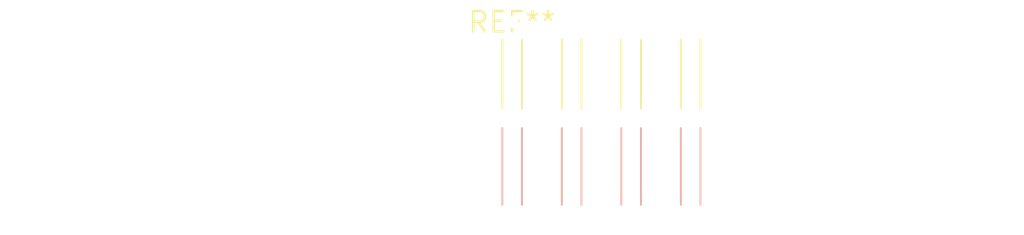
<source format=kicad_pcb>
(kicad_pcb (version 20240108) (generator pcbnew)
  (layers (0 "F.Cu" signal) (31 "B.Cu" signal) (34 "B.Paste" user) (35 "F.Paste" user) (36 "B.SilkS" user "B.Silkscreen") (37 "F.SilkS" user "F.Silkscreen") (38 "B.Mask" user) (39 "F.Mask" user) (44 "Edge.Cuts" user))
  (net 0 "")
  (footprint "SolderWire-0.127sqmm_1x04_P3.7mm_D0.48mm_OD1mm_Relief2x" (layer "F.Cu") (at 0 0)
    (property "Reference" "REF**")
    (property "Value" "SolderWire-0.127sqmm_1x04_P3.7mm_D0.48mm_OD1mm_Relief2x")
    (fp_line (start -0.61 6.61) (end -0.61 11.39) (layer "B.SilkS") (stroke (width 0.12)))
    (fp_line (start 0.61 6.61) (end 0.61 11.39) (layer "B.SilkS") (stroke (width 0.12)))
    (fp_line (start 3.09 6.61) (end 3.09 11.39) (layer "B.SilkS") (stroke (width 0.12)))
    (fp_line (start 4.31 6.61) (end 4.31 11.39) (layer "B.SilkS") (stroke (width 0.12)))
    (fp_line (start 6.79 6.61) (end 6.79 11.39) (layer "B.SilkS") (stroke (width 0.12)))
    (fp_line (start 8.01 6.61) (end 8.01 11.39) (layer "B.SilkS") (stroke (width 0.12)))
    (fp_line (start 10.49 6.61) (end 10.49 11.39) (layer "B.SilkS") (stroke (width 0.12)))
    (fp_line (start 11.71 6.61) (end 11.71 11.39) (layer "B.SilkS") (stroke (width 0.12)))
    (fp_line (start -0.61 1.11) (end -0.61 5.39) (layer "F.SilkS") (stroke (width 0.12)))
    (fp_line (start 0.61 1.11) (end 0.61 5.39) (layer "F.SilkS") (stroke (width 0.12)))
    (fp_line (start 3.09 1.11) (end 3.09 5.39) (layer "F.SilkS") (stroke (width 0.12)))
    (fp_line (start 4.31 1.11) (end 4.31 5.39) (layer "F.SilkS") (stroke (width 0.12)))
    (fp_line (start 6.79 1.11) (end 6.79 5.39) (layer "F.SilkS") (stroke (width 0.12)))
    (fp_line (start 8.01 1.11) (end 8.01 5.39) (layer "F.SilkS") (stroke (width 0.12)))
    (fp_line (start 10.49 1.11) (end 10.49 5.39) (layer "F.SilkS") (stroke (width 0.12)))
    (fp_line (start 11.71 1.11) (end 11.71 5.39) (layer "F.SilkS") (stroke (width 0.12)))
    (pad "" np_thru_hole circle (at 0 6) (size 1.5 1.5) (drill 1.5) (layers *.Cu *.Mask))
    (pad "" np_thru_hole circle (at 0 12) (size 1.5 1.5) (drill 1.5) (layers *.Cu *.Mask))
    (pad "" np_thru_hole circle (at 3.7 6) (size 1.5 1.5) (drill 1.5) (layers *.Cu *.Mask))
    (pad "" np_thru_hole circle (at 3.7 12) (size 1.5 1.5) (drill 1.5) (layers *.Cu *.Mask))
    (pad "" np_thru_hole circle (at 7.4 6) (size 1.5 1.5) (drill 1.5) (layers *.Cu *.Mask))
    (pad "" np_thru_hole circle (at 7.4 12) (size 1.5 1.5) (drill 1.5) (layers *.Cu *.Mask))
    (pad "" np_thru_hole circle (at 11.1 6) (size 1.5 1.5) (drill 1.5) (layers *.Cu *.Mask))
    (pad "" np_thru_hole circle (at 11.1 12) (size 1.5 1.5) (drill 1.5) (layers *.Cu *.Mask))
    (pad "1" thru_hole roundrect (at 0 0) (size 1.7 1.7) (drill 0.7) (layers *.Cu *.Mask) (remove_unused_layers) (roundrect_rratio 0.147059))
    (pad "2" thru_hole circle (at 3.7 0) (size 1.7 1.7) (drill 0.7) (layers *.Cu *.Mask) (remove_unused_layers))
    (pad "3" thru_hole circle (at 7.4 0) (size 1.7 1.7) (drill 0.7) (layers *.Cu *.Mask) (remove_unused_layers))
    (pad "4" thru_hole circle (at 11.1 0) (size 1.7 1.7) (drill 0.7) (layers *.Cu *.Mask) (remove_unused_layers))
  )
)
</source>
